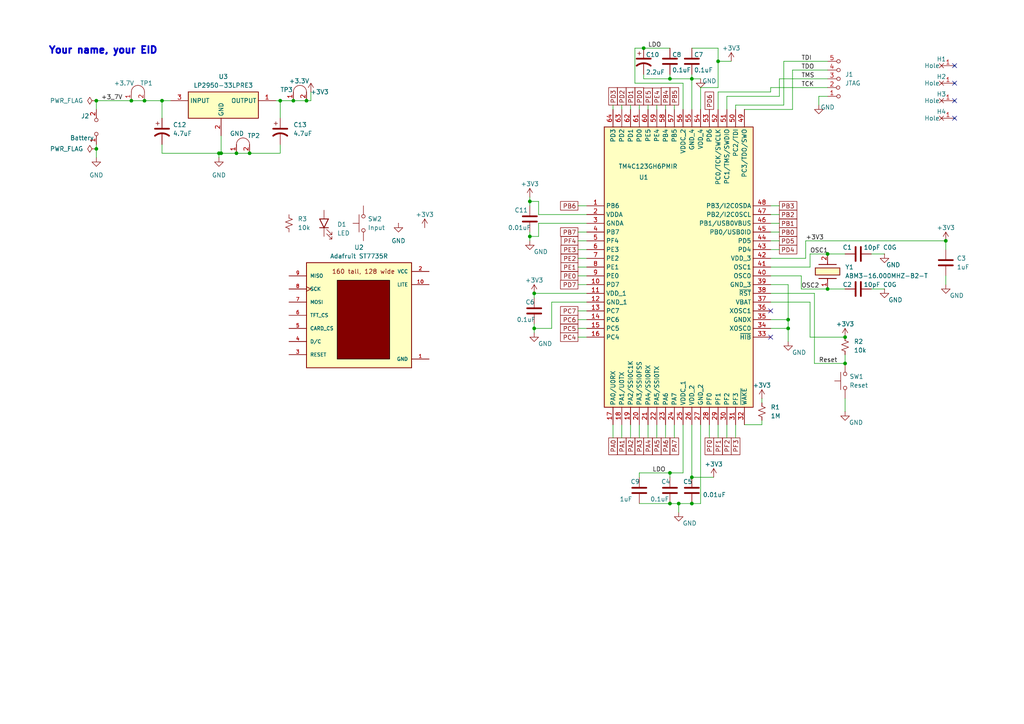
<source format=kicad_sch>
(kicad_sch (version 20250114) (generator "eeschema") (generator_version "9.0")
  (paper "A4")
  (title_block (title "ECE 445L Lab6 Project") (date "2024-02-27") (rev "v1.0.1") (company "The University of Texas at Austin"))
  (lib_symbols
    (symbol "ECE445L:ABM3-16.000MHZ-B2-T" (pin_names (hide yes))
      (property "Reference" "Y" (at 8.89 6.35 0))
      (property "Value" "ABM3-16.000MHZ-B2-T" (at 8.89 3.81 0))
      (symbol "ABM3-16.000MHZ-B2-T_1_1"
        (polyline (pts (xy 3.048 2.54) (xy 3.048 -2.54)) (stroke (width 0.254)))
        (polyline (pts (xy 3.048 0) (xy 2.54 0)) (stroke (width 0.254)))
        (rectangle (start 4.064 3.556) (end 6.096 -3.556) (stroke (width 0.254)) (fill (type background)))
        (polyline (pts (xy 7.112 2.54) (xy 7.112 -2.54)) (stroke (width 0.254)))
        (polyline (pts (xy 7.112 0) (xy 7.62 0)) (stroke (width 0.254)))
        (pin passive line (at 0 0 0) (length 2.54) (name "1") (number "1"))
        (pin passive line (at 10.16 0 180) (length 2.54) (name "2") (number "2"))
      )
    )
    (symbol "ECE445L:Adafruit_ST7735R" (pin_names (offset 1.016))
      (property "Reference" "U?" (at -15.24 16.002 0))
      (property "Value" "Adafruit ST7735R" (at -15.24 -17.78 0))
      (symbol "Adafruit_ST7735R_0_0"
        (rectangle (start -15.24 15.24) (end 15.24 -15.24) (stroke (width 0.254)) (fill (type background)))
      )
      (symbol "Adafruit_ST7735R_1_0"
        (pin output line (at -20.32 11.43 0) (length 5.08) (name "MISO") (number "9"))
        (pin input clock (at -20.32 7.62 0) (length 5.08) (name "SCK") (number "8"))
        (pin input line (at -20.32 3.81 0) (length 5.08) (name "MOSI") (number "7"))
        (pin input line (at -20.32 0 0) (length 5.08) (name "TFT_CS") (number "6"))
        (pin input line (at -20.32 -3.81 0) (length 5.08) (name "CARD_CS") (number "5"))
        (pin input line (at -20.32 -7.62 0) (length 5.08) (name "D/C") (number "4"))
        (pin input line (at -20.32 -11.43 0) (length 5.08) (name "RESET") (number "3"))
        (pin power_in line (at 20.32 12.7 180) (length 5.08) (name "VCC") (number "2"))
        (pin power_in line (at 20.32 8.89 180) (length 5.08) (name "LITE") (number "10"))
        (pin power_in line (at 20.32 -12.7 180) (length 5.08) (name "GND") (number "1"))
      )
      (symbol "Adafruit_ST7735R_1_1"
        (rectangle (start -6.35 10.16) (end 8.89 -12.7) (stroke (width 0) (color 0 0 0 1)) (fill (type color) (color 132 0 0 1)))
        (text "160 tall, 128 wide" (at 1.27 12.7 0) (effects (font (size 1.27 1.27))))
      )
    )
    (symbol "ECE445L:C" (pin_numbers (hide yes)) (pin_names (offset 0.254))
      (property "Reference" "C" (at 0.635 2.54 0))
      (property "Value" "C" (at 0.635 -2.54 0))
      (symbol "C_0_1"
        (polyline (pts (xy -2.032 0.762) (xy 2.032 0.762)) (stroke (width 0.508)))
        (polyline (pts (xy -2.032 -0.762) (xy 2.032 -0.762)) (stroke (width 0.508)))
      )
      (symbol "C_1_1"
        (pin passive line (at 0 3.81 270) (length 2.794) (name "~") (number "1"))
        (pin passive line (at 0 -3.81 90) (length 2.794) (name "~") (number "2"))
      )
    )
    (symbol "ECE445L:C_Polarized" (pin_numbers (hide yes)) (pin_names (offset 0.254) (hide yes))
      (property "Reference" "C" (at 0.635 2.54 0))
      (property "Value" "C_Polarized" (at 0.635 -2.54 0))
      (symbol "C_Polarized_0_1"
        (polyline (pts (xy -2.032 0.762) (xy 2.032 0.762)) (stroke (width 0.508)))
        (polyline (pts (xy -1.778 2.286) (xy -0.762 2.286)))
        (polyline (pts (xy -1.27 1.778) (xy -1.27 2.794)))
        (arc (start -2.032 -1.27) (mid 0 -0.5572) (end 2.032 -1.27) (stroke (width 0.508)))
      )
      (symbol "C_Polarized_1_1"
        (pin passive line (at 0 3.81 270) (length 2.794) (name "~") (number "1"))
        (pin passive line (at 0 -3.81 90) (length 3.302) (name "~") (number "2"))
      )
    )
    (symbol "ECE445L:Header_2" (pin_names (offset 0) (hide yes))
      (property "Reference" "J" (at 0 2.794 0))
      (property "Value" "Header2" (at 0 -2.286 0))
      (symbol "Header_2_0_0"
        (circle (center -2.032 0) (radius 0.508))
        (circle (center 2.032 0) (radius 0.508))
      )
      (symbol "Header_2_1_1"
        (pin passive line (at -5.08 0 0) (length 2.54) (name "A") (number "1"))
        (pin passive line (at 5.08 0 180) (length 2.54) (name "B") (number "2"))
      )
    )
    (symbol "ECE445L:Header_5" (pin_names (offset 0) (hide yes))
      (property "Reference" "J" (at 0 2.794 0))
      (property "Value" "Header_5" (at 8.89 -9.525 0))
      (symbol "Header_5_0_0"
        (circle (center 1.905 2.54) (radius 0.508))
      )
      (symbol "Header_5_1_0"
        (circle (center 1.905 -2.54) (radius 0.508))
        (circle (center 1.905 -5.08) (radius 0.508))
        (circle (center 1.905 -7.62) (radius 0.508))
        (circle (center 2.032 0) (radius 0.508))
      )
      (symbol "Header_5_1_1"
        (pin passive line (at 5.08 2.54 180) (length 2.54) (name "A") (number "1"))
        (pin passive line (at 5.08 0 180) (length 2.54) (name "B") (number "2"))
        (pin passive line (at 5.08 -2.54 180) (length 2.54) (name "C") (number "3"))
        (pin passive line (at 5.08 -5.08 180) (length 2.54) (name "C") (number "4"))
        (pin passive line (at 5.08 -7.62 180) (length 2.54) (name "C") (number "5"))
      )
    )
    (symbol "ECE445L:LED" (pin_numbers (hide yes)) (pin_names (offset 1.016) (hide yes))
      (property "Reference" "D" (at 1.27 1.27 0))
      (property "Value" "LED" (at -5.08 -1.27 0))
      (symbol "LED_0_1"
        (polyline (pts (xy -0.508 -1.778) (xy 1.016 -3.302) (xy 1.016 -2.54) (xy 1.016 -3.302) (xy 0.254 -3.302)))
        (polyline (pts (xy -0.508 -3.048) (xy 1.016 -4.572) (xy 1.016 -3.81) (xy 1.016 -4.572) (xy 0.254 -4.572)))
        (polyline (pts (xy 0 1.27) (xy -2.54 1.27) (xy -1.27 -1.27) (xy 0 1.27)) (stroke (width 0.254)))
        (polyline (pts (xy 0 -1.27) (xy -2.54 -1.27)) (stroke (width 0.254)))
      )
      (symbol "LED_1_1"
        (pin passive line (at -1.27 3.81 270) (length 2.54) (name "A") (number "2"))
        (pin passive line (at -1.27 -3.81 90) (length 2.54) (name "K") (number "1"))
      )
    )
    (symbol "ECE445L:LP2950-33LPRE3"
      (property "Reference" "IC" (at 17.145 -2.54 0))
      (property "Value" "LP2950-33LPRE3" (at 8.255 4.445 0))
      (symbol "LP2950-33LPRE3_1_1"
        (rectangle (start 5.08 2.54) (end 25.4 -5.08) (stroke (width 0.254)) (fill (type background)))
        (pin power_in line (at 0 0 0) (length 5.08) (name "INPUT") (number "3"))
        (pin passive line (at 14.605 -10.16 90) (length 5.08) (name "GND") (number "2"))
        (pin power_out line (at 30.48 0 180) (length 5.08) (name "OUTPUT") (number "1"))
      )
    )
    (symbol "ECE445L:MountingHole"
      (property "Reference" "H" (at 0 0 0))
      (symbol "MountingHole_1_1"
        (pin free non_logic (at 0 0 180) (length 3.81) (name "Hole") (number "1"))
      )
    )
    (symbol "ECE445L:R_0.125W" (pin_numbers (hide yes)) (pin_names (offset 0.254) (hide yes))
      (property "Reference" "R" (at 0.762 0.508 0))
      (property "Value" "R_0.125W" (at 0.762 -1.016 0))
      (symbol "R_0.125W_1_1"
        (polyline (pts (xy 0 1.524) (xy 1.016 1.143) (xy 0 0.762) (xy -1.016 0.381) (xy 0 0)))
        (polyline (pts (xy 0 0) (xy 1.016 -0.381) (xy 0 -0.762) (xy -1.016 -1.143) (xy 0 -1.524)))
        (pin passive line (at 0 2.54 270) (length 1.016) (name "~") (number "1"))
        (pin passive line (at 0 -2.54 90) (length 1.016) (name "~") (number "2"))
      )
    )
    (symbol "ECE445L:TM4C123GH6PMIR"
      (property "Reference" "IC" (at 49.53 27.94 0))
      (property "Value" "TM4C123GH6PMIR" (at 49.53 25.4 0))
      (symbol "TM4C123GH6PMIR_1_1"
        (rectangle (start 5.08 22.86) (end 48.26 -58.42) (stroke (width 0.254)) (fill (type background)))
        (pin passive line (at 0 0 0) (length 5.08) (name "PB6") (number "1"))
        (pin passive line (at 0 -2.54 0) (length 5.08) (name "VDDA") (number "2"))
        (pin passive line (at 0 -5.08 0) (length 5.08) (name "GNDA") (number "3"))
        (pin passive line (at 0 -7.62 0) (length 5.08) (name "PB7") (number "4"))
        (pin passive line (at 0 -10.16 0) (length 5.08) (name "PF4") (number "5"))
        (pin passive line (at 0 -12.7 0) (length 5.08) (name "PE3") (number "6"))
        (pin passive line (at 0 -15.24 0) (length 5.08) (name "PE2") (number "7"))
        (pin passive line (at 0 -17.78 0) (length 5.08) (name "PE1") (number "8"))
        (pin passive line (at 0 -20.32 0) (length 5.08) (name "PE0") (number "9"))
        (pin passive line (at 0 -22.86 0) (length 5.08) (name "PD7") (number "10"))
        (pin passive line (at 0 -25.4 0) (length 5.08) (name "VDD_1") (number "11"))
        (pin passive line (at 0 -27.94 0) (length 5.08) (name "GND_1") (number "12"))
        (pin passive line (at 0 -30.48 0) (length 5.08) (name "PC7") (number "13"))
        (pin passive line (at 0 -33.02 0) (length 5.08) (name "PC6") (number "14"))
        (pin passive line (at 0 -35.56 0) (length 5.08) (name "PC5") (number "15"))
        (pin passive line (at 0 -38.1 0) (length 5.08) (name "PC4") (number "16"))
        (pin passive line (at 7.62 27.94 270) (length 5.08) (name "PD3") (number "64"))
        (pin passive line (at 7.62 -63.5 90) (length 5.08) (name "PA0/U0RX") (number "17"))
        (pin passive line (at 10.16 27.94 270) (length 5.08) (name "PD2") (number "63"))
        (pin passive line (at 10.16 -63.5 90) (length 5.08) (name "PA1/U0TX") (number "18"))
        (pin passive line (at 12.7 27.94 270) (length 5.08) (name "PD1") (number "62"))
        (pin passive line (at 12.7 -63.5 90) (length 5.08) (name "PA2/SSI0C1K") (number "19"))
        (pin passive line (at 15.24 27.94 270) (length 5.08) (name "PD0") (number "61"))
        (pin passive line (at 15.24 -63.5 90) (length 5.08) (name "PA3/SSI0FSS") (number "20"))
        (pin passive line (at 17.78 27.94 270) (length 5.08) (name "PE5") (number "60"))
        (pin passive line (at 17.78 -63.5 90) (length 5.08) (name "PA4/SSI0RX") (number "21"))
        (pin passive line (at 20.32 27.94 270) (length 5.08) (name "PE4") (number "59"))
        (pin passive line (at 20.32 -63.5 90) (length 5.08) (name "PA5/SSI0TX") (number "22"))
        (pin passive line (at 22.86 27.94 270) (length 5.08) (name "PB4") (number "58"))
        (pin passive line (at 22.86 -63.5 90) (length 5.08) (name "PA6") (number "23"))
        (pin passive line (at 25.4 27.94 270) (length 5.08) (name "PB5") (number "57"))
        (pin passive line (at 25.4 -63.5 90) (length 5.08) (name "PA7") (number "24"))
        (pin passive line (at 27.94 27.94 270) (length 5.08) (name "VDDC_2") (number "56"))
        (pin passive line (at 27.94 -63.5 90) (length 5.08) (name "VDDC_1") (number "25"))
        (pin passive line (at 30.48 27.94 270) (length 5.08) (name "GND_4") (number "55"))
        (pin passive line (at 30.48 -63.5 90) (length 5.08) (name "VDD_2") (number "26"))
        (pin passive line (at 33.02 27.94 270) (length 5.08) (name "VDD_4") (number "54"))
        (pin passive line (at 33.02 -63.5 90) (length 5.08) (name "GND_2") (number "27"))
        (pin passive line (at 35.56 27.94 270) (length 5.08) (name "PD6") (number "53"))
        (pin passive line (at 35.56 -63.5 90) (length 5.08) (name "PF0") (number "28"))
        (pin passive line (at 38.1 27.94 270) (length 5.08) (name "PC0/TCK/SWCLK") (number "52"))
        (pin passive line (at 38.1 -63.5 90) (length 5.08) (name "PF1") (number "29"))
        (pin passive line (at 40.64 27.94 270) (length 5.08) (name "PC1/TMS/SWDIO") (number "51"))
        (pin passive line (at 40.64 -63.5 90) (length 5.08) (name "PF2") (number "30"))
        (pin passive line (at 43.18 27.94 270) (length 5.08) (name "PC2/TDI") (number "50"))
        (pin passive line (at 43.18 -63.5 90) (length 5.08) (name "PF3") (number "31"))
        (pin passive line (at 45.72 27.94 270) (length 5.08) (name "PC3/TDO/SWO") (number "49"))
        (pin passive line (at 45.72 -63.5 90) (length 5.08) (name "~{WAKE}") (number "32"))
        (pin passive line (at 53.34 0 180) (length 5.08) (name "PB3/I2C0SDA") (number "48"))
        (pin passive line (at 53.34 -2.54 180) (length 5.08) (name "PB2/I2C0SCL") (number "47"))
        (pin passive line (at 53.34 -5.08 180) (length 5.08) (name "PB1/USB0VBUS") (number "46"))
        (pin passive line (at 53.34 -7.62 180) (length 5.08) (name "PB0/USB0ID") (number "45"))
        (pin passive line (at 53.34 -10.16 180) (length 5.08) (name "PD5") (number "44"))
        (pin passive line (at 53.34 -12.7 180) (length 5.08) (name "PD4") (number "43"))
        (pin passive line (at 53.34 -15.24 180) (length 5.08) (name "VDD_3") (number "42"))
        (pin passive line (at 53.34 -17.78 180) (length 5.08) (name "OSC1") (number "41"))
        (pin passive line (at 53.34 -20.32 180) (length 5.08) (name "OSC0") (number "40"))
        (pin passive line (at 53.34 -22.86 180) (length 5.08) (name "GND_3") (number "39"))
        (pin passive line (at 53.34 -25.4 180) (length 5.08) (name "~{RST}") (number "38"))
        (pin passive line (at 53.34 -27.94 180) (length 5.08) (name "VBAT") (number "37"))
        (pin passive line (at 53.34 -30.48 180) (length 5.08) (name "XOSC1") (number "36"))
        (pin passive line (at 53.34 -33.02 180) (length 5.08) (name "GNDX") (number "35"))
        (pin passive line (at 53.34 -35.56 180) (length 5.08) (name "XOSC0") (number "34"))
        (pin passive line (at 53.34 -38.1 180) (length 5.08) (name "~{HIB}") (number "33"))
      )
    )
    (symbol "ECE445L:Testpoint" (pin_names (offset 0) (hide yes))
      (property "Reference" "TP" (at 0 2.794 0))
      (property "Value" "TP" (at 0 -2.286 0))
      (symbol "Testpoint_0_1"
        (arc (start 0.0001 4.4451) (mid 1.3471 3.8871) (end 1.9051 2.5401))
        (arc (start -1.905 2.54) (mid -1.347 3.887) (end 0 4.445))
      )
      (symbol "Testpoint_1_1"
        (pin passive line (at -1.905 0 90) (length 2.54) (name "A") (number "1"))
        (pin passive line (at 1.905 0 90) (length 2.54) (name "B") (number "2"))
      )
    )
    (symbol "Switch:SW_Push" (pin_numbers (hide yes)) (pin_names (offset 1.016) (hide yes))
      (property "Reference" "SW" (at 1.27 2.54 0))
      (property "Value" "SW_Push" (at 0 -1.524 0))
      (symbol "SW_Push_0_1"
        (circle (center -2.032 0) (radius 0.508))
        (polyline (pts (xy 0 1.27) (xy 0 3.048)))
        (circle (center 2.032 0) (radius 0.508))
        (polyline (pts (xy 2.54 1.27) (xy -2.54 1.27)))
        (pin passive line (at -5.08 0 0) (length 2.54) (name "1") (number "1"))
        (pin passive line (at 5.08 0 180) (length 2.54) (name "2") (number "2"))
      )
    )
    (symbol "power:+3V3" (power) (pin_numbers (hide yes)) (pin_names (offset 0) (hide yes))
      (property "Value" "+3V3" (at 0 3.556 0))
      (symbol "+3V3_0_1"
        (polyline (pts (xy -0.762 1.27) (xy 0 2.54)))
        (polyline (pts (xy 0 2.54) (xy 0.762 1.27)))
        (polyline (pts (xy 0 0) (xy 0 2.54)))
      )
      (symbol "+3V3_1_1"
        (pin power_in line (at 0 0 90) (length 0) (name "~") (number "1"))
      )
    )
    (symbol "power:GND" (power) (pin_numbers (hide yes)) (pin_names (offset 0) (hide yes))
      (property "Value" "GND" (at 0 -3.81 0))
      (symbol "GND_0_1"
        (polyline (pts (xy 0 0) (xy 0 -1.27) (xy 1.27 -1.27) (xy 0 -2.54) (xy -1.27 -1.27) (xy 0 -1.27)))
      )
      (symbol "GND_1_1"
        (pin power_in line (at 0 0 270) (length 0) (name "~") (number "1"))
      )
    )
    (symbol "power:PWR_FLAG" (power) (pin_numbers (hide yes)) (pin_names (offset 0) (hide yes))
      (property "Value" "PWR_FLAG" (at 0 3.81 0))
      (symbol "PWR_FLAG_0_0"
        (pin power_out line (at 0 0 90) (length 0) (name "~") (number "1"))
      )
      (symbol "PWR_FLAG_0_1"
        (polyline (pts (xy 0 0) (xy 0 1.27) (xy -1.016 1.905) (xy 0 2.54) (xy 1.016 1.905) (xy 0 1.27)))
      )
    )
  )
  (text "Your name, your EID" (at 13.97 15.875 0) (effects (font (size 2 2) (thickness 0.6) (bold yes)) (justify left bottom)))
  (junction (at 200.66 22.86))
  (junction (at 41.91 29.21))
  (junction (at 274.32 69.85))
  (junction (at 245.11 105.41))
  (junction (at 38.1 29.21))
  (junction (at 46.99 29.21))
  (junction (at 240.03 73.66))
  (junction (at 196.85 146.05))
  (junction (at 27.94 43.18))
  (junction (at 186.69 13.97))
  (junction (at 194.31 146.05))
  (junction (at 81.28 29.21))
  (junction (at 154.94 95.25))
  (junction (at 194.31 137.16))
  (junction (at 153.67 58.42))
  (junction (at 68.58 44.45))
  (junction (at 200.66 138.43))
  (junction (at 64.135 44.45))
  (junction (at 72.39 44.45))
  (junction (at 228.6 95.25))
  (junction (at 85.09 29.21))
  (junction (at 208.28 17.78))
  (junction (at 228.6 92.71))
  (junction (at 27.94 29.21))
  (junction (at 154.94 85.09))
  (junction (at 240.03 83.82))
  (junction (at 245.11 97.79))
  (junction (at 153.67 68.58))
  (junction (at 200.66 146.05))
  (junction (at 194.31 22.86))
  (junction (at 88.9 29.21))
  (junction (at 63.5 44.45))
  (no_connect (at 276.86 34.29))
  (no_connect (at 223.52 97.79))
  (no_connect (at 276.86 19.05))
  (no_connect (at 276.86 24.13))
  (no_connect (at 223.52 90.17))
  (no_connect (at 276.86 29.21))
  (wire (pts (xy 208.28 13.97) (xy 200.66 13.97)))
  (wire (pts (xy 203.2 25.4) (xy 208.28 25.4)))
  (wire (pts (xy 213.36 123.19) (xy 213.36 127)))
  (wire (pts (xy 274.32 80.01) (xy 274.32 82.55)))
  (wire (pts (xy 232.41 83.82) (xy 240.03 83.82)))
  (wire (pts (xy 185.42 137.16) (xy 194.31 137.16)))
  (wire (pts (xy 240.03 83.82) (xy 245.11 83.82)))
  (wire (pts (xy 220.98 115.57) (xy 220.98 116.84)))
  (wire (pts (xy 154.94 93.98) (xy 154.94 95.25)))
  (wire (pts (xy 200.66 123.19) (xy 200.66 138.43)))
  (wire (pts (xy 245.11 115.57) (xy 245.11 119.38)))
  (wire (pts (xy 212.09 17.78) (xy 208.28 17.78)))
  (wire (pts (xy 46.99 44.45) (xy 63.5 44.45)))
  (wire (pts (xy 208.28 17.78) (xy 208.28 25.4)))
  (wire (pts (xy 190.5 30.48) (xy 190.5 31.75)))
  (wire (pts (xy 223.52 69.85) (xy 226.06 69.85)))
  (wire (pts (xy 223.52 80.01) (xy 232.41 80.01)))
  (wire (pts (xy 274.32 69.85) (xy 274.32 72.39)))
  (wire (pts (xy 223.52 72.39) (xy 226.06 72.39)))
  (wire (pts (xy 208.28 26.67) (xy 223.52 26.67)))
  (wire (pts (xy 194.31 146.05) (xy 196.85 146.05)))
  (wire (pts (xy 203.2 123.19) (xy 203.2 146.05)))
  (wire (pts (xy 194.31 22.86) (xy 200.66 22.86)))
  (wire (pts (xy 68.58 44.45) (xy 72.39 44.45)))
  (wire (pts (xy 88.9 29.21) (xy 90.17 29.21)))
  (wire (pts (xy 200.66 146.05) (xy 196.85 146.05)))
  (wire (pts (xy 203.2 146.05) (xy 200.66 146.05)))
  (wire (pts (xy 167.64 92.71) (xy 170.18 92.71)))
  (wire (pts (xy 194.31 137.16) (xy 194.31 138.43)))
  (wire (pts (xy 200.66 22.86) (xy 200.66 31.75)))
  (wire (pts (xy 210.82 123.19) (xy 210.82 127)))
  (wire (pts (xy 160.02 87.63) (xy 160.02 95.25)))
  (wire (pts (xy 187.96 30.48) (xy 187.96 31.75)))
  (wire (pts (xy 196.85 146.05) (xy 196.85 148.59)))
  (wire (pts (xy 233.68 69.85) (xy 274.32 69.85)))
  (wire (pts (xy 228.6 95.25) (xy 228.6 99.06)))
  (wire (pts (xy 252.73 73.66) (xy 256.54 73.66)))
  (wire (pts (xy 223.52 74.93) (xy 233.68 74.93)))
  (wire (pts (xy 208.28 13.97) (xy 208.28 17.78)))
  (wire (pts (xy 200.66 21.59) (xy 200.66 22.86)))
  (wire (pts (xy 234.95 73.66) (xy 240.03 73.66)))
  (wire (pts (xy 226.06 27.94) (xy 226.06 22.86)))
  (wire (pts (xy 167.64 77.47) (xy 170.18 77.47)))
  (wire (pts (xy 198.12 123.19) (xy 198.12 137.16)))
  (wire (pts (xy 223.52 77.47) (xy 234.95 77.47)))
  (wire (pts (xy 167.64 59.69) (xy 170.18 59.69)))
  (wire (pts (xy 177.8 30.48) (xy 177.8 31.75)))
  (wire (pts (xy 186.69 13.97) (xy 194.31 13.97)))
  (wire (pts (xy 187.96 123.19) (xy 187.96 127)))
  (wire (pts (xy 154.94 85.09) (xy 154.94 86.36)))
  (wire (pts (xy 198.12 137.16) (xy 194.31 137.16)))
  (wire (pts (xy 63.5 44.45) (xy 63.5 45.72)))
  (wire (pts (xy 234.95 97.79) (xy 245.11 97.79)))
  (wire (pts (xy 167.64 67.31) (xy 170.18 67.31)))
  (wire (pts (xy 223.52 85.09) (xy 236.22 85.09)))
  (wire (pts (xy 153.67 58.42) (xy 156.21 58.42)))
  (wire (pts (xy 223.52 26.67) (xy 223.52 25.4)))
  (wire (pts (xy 223.52 59.69) (xy 226.06 59.69)))
  (wire (pts (xy 81.28 41.91) (xy 81.28 44.45)))
  (wire (pts (xy 27.94 43.18) (xy 27.94 45.72)))
  (wire (pts (xy 223.52 87.63) (xy 234.95 87.63)))
  (wire (pts (xy 177.8 123.19) (xy 177.8 127)))
  (wire (pts (xy 170.18 87.63) (xy 160.02 87.63)))
  (wire (pts (xy 46.99 41.91) (xy 46.99 44.45)))
  (wire (pts (xy 156.21 64.77) (xy 156.21 68.58)))
  (wire (pts (xy 160.02 95.25) (xy 154.94 95.25)))
  (wire (pts (xy 167.64 97.79) (xy 170.18 97.79)))
  (wire (pts (xy 182.88 30.48) (xy 182.88 31.75)))
  (wire (pts (xy 46.99 29.21) (xy 49.53 29.21)))
  (wire (pts (xy 81.28 29.21) (xy 85.09 29.21)))
  (wire (pts (xy 198.12 31.75) (xy 198.12 24.13)))
  (wire (pts (xy 27.94 29.21) (xy 38.1 29.21)))
  (wire (pts (xy 156.21 68.58) (xy 153.67 68.58)))
  (wire (pts (xy 184.15 24.13) (xy 184.15 13.97)))
  (wire (pts (xy 210.82 31.75) (xy 210.82 27.94)))
  (wire (pts (xy 205.74 123.19) (xy 205.74 127)))
  (wire (pts (xy 170.18 64.77) (xy 156.21 64.77)))
  (wire (pts (xy 215.9 31.75) (xy 229.87 31.75)))
  (wire (pts (xy 228.6 92.71) (xy 228.6 95.25)))
  (wire (pts (xy 194.31 21.59) (xy 194.31 22.86)))
  (wire (pts (xy 233.68 74.93) (xy 233.68 69.85)))
  (wire (pts (xy 223.52 92.71) (xy 228.6 92.71)))
  (wire (pts (xy 156.21 62.23) (xy 170.18 62.23)))
  (wire (pts (xy 153.67 68.58) (xy 153.67 69.85)))
  (wire (pts (xy 223.52 64.77) (xy 226.06 64.77)))
  (wire (pts (xy 90.17 29.21) (xy 90.17 26.67)))
  (wire (pts (xy 167.64 82.55) (xy 170.18 82.55)))
  (wire (pts (xy 184.15 13.97) (xy 186.69 13.97)))
  (wire (pts (xy 213.36 31.75) (xy 213.36 30.48)))
  (wire (pts (xy 85.09 29.21) (xy 88.9 29.21)))
  (wire (pts (xy 228.6 82.55) (xy 228.6 92.71)))
  (wire (pts (xy 182.88 123.19) (xy 182.88 127)))
  (wire (pts (xy 41.91 29.21) (xy 46.99 29.21)))
  (wire (pts (xy 64.135 44.45) (xy 68.58 44.45)))
  (wire (pts (xy 200.66 22.86) (xy 203.2 22.86)))
  (wire (pts (xy 208.28 31.75) (xy 208.28 26.67)))
  (wire (pts (xy 223.52 95.25) (xy 228.6 95.25)))
  (wire (pts (xy 208.28 123.19) (xy 208.28 127)))
  (wire (pts (xy 213.36 30.48) (xy 227.33 30.48)))
  (wire (pts (xy 223.52 62.23) (xy 226.06 62.23)))
  (wire (pts (xy 215.9 123.19) (xy 220.98 123.19)))
  (wire (pts (xy 167.64 95.25) (xy 170.18 95.25)))
  (wire (pts (xy 72.39 44.45) (xy 81.28 44.45)))
  (wire (pts (xy 63.5 44.45) (xy 64.135 44.45)))
  (wire (pts (xy 220.98 123.19) (xy 220.98 121.92)))
  (wire (pts (xy 180.34 30.48) (xy 180.34 31.75)))
  (wire (pts (xy 27.94 41.91) (xy 27.94 43.18)))
  (wire (pts (xy 80.01 29.21) (xy 81.28 29.21)))
  (wire (pts (xy 203.2 31.75) (xy 203.2 25.4)))
  (wire (pts (xy 229.87 31.75) (xy 229.87 20.32)))
  (wire (pts (xy 153.67 58.42) (xy 153.67 59.69)))
  (wire (pts (xy 245.11 102.87) (xy 245.11 105.41)))
  (wire (pts (xy 198.12 24.13) (xy 184.15 24.13)))
  (wire (pts (xy 229.87 20.32) (xy 240.03 20.32)))
  (wire (pts (xy 186.69 22.86) (xy 194.31 22.86)))
  (wire (pts (xy 153.67 67.31) (xy 153.67 68.58)))
  (wire (pts (xy 234.95 87.63) (xy 234.95 97.79)))
  (wire (pts (xy 154.94 95.25) (xy 154.94 96.52)))
  (wire (pts (xy 185.42 30.48) (xy 185.42 31.75)))
  (wire (pts (xy 240.03 73.66) (xy 245.11 73.66)))
  (wire (pts (xy 167.64 72.39) (xy 170.18 72.39)))
  (wire (pts (xy 193.04 123.19) (xy 193.04 127)))
  (wire (pts (xy 153.67 57.15) (xy 153.67 58.42)))
  (wire (pts (xy 240.03 27.94) (xy 237.49 27.94)))
  (wire (pts (xy 167.64 69.85) (xy 170.18 69.85)))
  (wire (pts (xy 227.33 17.78) (xy 240.03 17.78)))
  (wire (pts (xy 185.42 138.43) (xy 185.42 137.16)))
  (wire (pts (xy 193.04 30.48) (xy 193.04 31.75)))
  (wire (pts (xy 236.22 85.09) (xy 236.22 105.41)))
  (wire (pts (xy 167.64 90.17) (xy 170.18 90.17)))
  (wire (pts (xy 170.18 85.09) (xy 154.94 85.09)))
  (wire (pts (xy 223.52 67.31) (xy 226.06 67.31)))
  (wire (pts (xy 64.135 39.37) (xy 64.135 44.45)))
  (wire (pts (xy 46.99 29.21) (xy 46.99 34.29)))
  (wire (pts (xy 200.66 138.43) (xy 207.01 138.43)))
  (wire (pts (xy 156.21 62.23) (xy 156.21 58.42)))
  (wire (pts (xy 234.95 77.47) (xy 234.95 73.66)))
  (wire (pts (xy 167.64 80.01) (xy 170.18 80.01)))
  (wire (pts (xy 232.41 80.01) (xy 232.41 83.82)))
  (wire (pts (xy 210.82 27.94) (xy 226.06 27.94)))
  (wire (pts (xy 226.06 22.86) (xy 240.03 22.86)))
  (wire (pts (xy 223.52 82.55) (xy 228.6 82.55)))
  (wire (pts (xy 27.94 29.21) (xy 27.94 31.75)))
  (wire (pts (xy 185.42 146.05) (xy 194.31 146.05)))
  (wire (pts (xy 185.42 123.19) (xy 185.42 127)))
  (wire (pts (xy 180.34 123.19) (xy 180.34 127)))
  (wire (pts (xy 227.33 17.78) (xy 227.33 30.48)))
  (wire (pts (xy 81.28 29.21) (xy 81.28 34.29)))
  (wire (pts (xy 252.73 83.82) (xy 256.54 83.82)))
  (wire (pts (xy 186.69 21.59) (xy 186.69 22.86)))
  (wire (pts (xy 236.22 105.41) (xy 245.11 105.41)))
  (wire (pts (xy 167.64 74.93) (xy 170.18 74.93)))
  (wire (pts (xy 195.58 123.19) (xy 195.58 127)))
  (wire (pts (xy 195.58 30.48) (xy 195.58 31.75)))
  (wire (pts (xy 237.49 27.94) (xy 237.49 30.48)))
  (wire (pts (xy 38.1 29.21) (xy 41.91 29.21)))
  (wire (pts (xy 223.52 25.4) (xy 240.03 25.4)))
  (wire (pts (xy 190.5 123.19) (xy 190.5 127)))
  (label "OSC2" (at 232.41 83.82 0))
  (label "TDO" (at 232.41 20.32 0))
  (label "TCK" (at 232.41 25.4 0))
  (label "LDO" (at 189.23 137.16 0))
  (label "TMS" (at 232.41 22.86 0))
  (label "LDO" (at 187.96 13.97 0))
  (label "OSC1" (at 234.95 73.66 0))
  (label "Reset" (at 237.49 105.41 0))
  (label "+3V3" (at 233.68 69.85 0))
  (label "+3_7V" (at 35.56 29.21 180))
  (label "TDI" (at 232.41 17.78 0))
  (global_label "PD7" (shape passive) (at 167.64 82.55 180) (property "Intersheetrefs" "${INTERSHEET_REFS}" (effects (hide yes))))
  (global_label "PE4" (shape passive) (at 190.5 30.48 90) (property "Intersheetrefs" "${INTERSHEET_REFS}" (effects (hide yes))))
  (global_label "PC7" (shape passive) (at 167.64 90.17 180) (property "Intersheetrefs" "${INTERSHEET_REFS}" (effects (hide yes))))
  (global_label "PF3" (shape passive) (at 213.36 127 270) (property "Intersheetrefs" "${INTERSHEET_REFS}" (effects (hide yes))))
  (global_label "PD2" (shape passive) (at 180.34 30.48 90) (property "Intersheetrefs" "${INTERSHEET_REFS}" (effects (hide yes))))
  (global_label "PA0" (shape passive) (at 177.8 127 270) (property "Intersheetrefs" "${INTERSHEET_REFS}" (effects (hide yes))))
  (global_label "PA4" (shape passive) (at 187.96 127 270) (property "Intersheetrefs" "${INTERSHEET_REFS}" (effects (hide yes))))
  (global_label "PB3" (shape passive) (at 226.06 59.69 0) (property "Intersheetrefs" "${INTERSHEET_REFS}" (effects (hide yes))))
  (global_label "PD3" (shape passive) (at 177.8 30.48 90) (property "Intersheetrefs" "${INTERSHEET_REFS}" (effects (hide yes))))
  (global_label "PB5" (shape passive) (at 195.58 30.48 90) (property "Intersheetrefs" "${INTERSHEET_REFS}" (effects (hide yes))))
  (global_label "PB1" (shape passive) (at 226.06 64.77 0) (property "Intersheetrefs" "${INTERSHEET_REFS}" (effects (hide yes))))
  (global_label "PD4" (shape passive) (at 226.06 72.39 0) (property "Intersheetrefs" "${INTERSHEET_REFS}" (effects (hide yes))))
  (global_label "PC6" (shape passive) (at 167.64 92.71 180) (property "Intersheetrefs" "${INTERSHEET_REFS}" (effects (hide yes))))
  (global_label "PA1" (shape passive) (at 180.34 127 270) (property "Intersheetrefs" "${INTERSHEET_REFS}" (effects (hide yes))))
  (global_label "PA6" (shape passive) (at 193.04 127 270) (property "Intersheetrefs" "${INTERSHEET_REFS}" (effects (hide yes))))
  (global_label "PC4" (shape passive) (at 167.64 97.79 180) (property "Intersheetrefs" "${INTERSHEET_REFS}" (effects (hide yes))))
  (global_label "PF1" (shape passive) (at 208.28 127 270) (property "Intersheetrefs" "${INTERSHEET_REFS}" (effects (hide yes))))
  (global_label "PB4" (shape passive) (at 193.04 30.48 90) (property "Intersheetrefs" "${INTERSHEET_REFS}" (effects (hide yes))))
  (global_label "PF2" (shape passive) (at 210.82 127 270) (property "Intersheetrefs" "${INTERSHEET_REFS}" (effects (hide yes))))
  (global_label "PC5" (shape passive) (at 167.64 95.25 180) (property "Intersheetrefs" "${INTERSHEET_REFS}" (effects (hide yes))))
  (global_label "PF4" (shape passive) (at 167.64 69.85 180) (property "Intersheetrefs" "${INTERSHEET_REFS}" (effects (hide yes))))
  (global_label "PF0" (shape passive) (at 205.74 127 270) (property "Intersheetrefs" "${INTERSHEET_REFS}" (effects (hide yes))))
  (global_label "PA3" (shape passive) (at 185.42 127 270) (property "Intersheetrefs" "${INTERSHEET_REFS}" (effects (hide yes))))
  (global_label "PB2" (shape passive) (at 226.06 62.23 0) (property "Intersheetrefs" "${INTERSHEET_REFS}" (effects (hide yes))))
  (global_label "PD0" (shape passive) (at 185.42 30.48 90) (property "Intersheetrefs" "${INTERSHEET_REFS}" (effects (hide yes))))
  (global_label "PE3" (shape passive) (at 167.64 72.39 180) (property "Intersheetrefs" "${INTERSHEET_REFS}" (effects (hide yes))))
  (global_label "PB6" (shape passive) (at 167.64 59.69 180) (property "Intersheetrefs" "${INTERSHEET_REFS}" (effects (hide yes))))
  (global_label "PD1" (shape passive) (at 182.88 30.48 90) (property "Intersheetrefs" "${INTERSHEET_REFS}" (effects (hide yes))))
  (global_label "PE1" (shape passive) (at 167.64 77.47 180) (property "Intersheetrefs" "${INTERSHEET_REFS}" (effects (hide yes))))
  (global_label "PB7" (shape passive) (at 167.64 67.31 180) (property "Intersheetrefs" "${INTERSHEET_REFS}" (effects (hide yes))))
  (global_label "PA7" (shape passive) (at 195.58 127 270) (property "Intersheetrefs" "${INTERSHEET_REFS}" (effects (hide yes))))
  (global_label "PE5" (shape passive) (at 187.96 30.48 90) (property "Intersheetrefs" "${INTERSHEET_REFS}" (effects (hide yes))))
  (global_label "PA5" (shape passive) (at 190.5 127 270) (property "Intersheetrefs" "${INTERSHEET_REFS}" (effects (hide yes))))
  (global_label "PD6" (shape passive) (at 205.74 31.75 90) (property "Intersheetrefs" "${INTERSHEET_REFS}" (effects (hide yes))))
  (global_label "PB0" (shape passive) (at 226.06 67.31 0) (property "Intersheetrefs" "${INTERSHEET_REFS}" (effects (hide yes))))
  (global_label "PE0" (shape passive) (at 167.64 80.01 180) (property "Intersheetrefs" "${INTERSHEET_REFS}" (effects (hide yes))))
  (global_label "PD5" (shape passive) (at 226.06 69.85 0) (property "Intersheetrefs" "${INTERSHEET_REFS}" (effects (hide yes))))
  (global_label "PA2" (shape passive) (at 182.88 127 270) (property "Intersheetrefs" "${INTERSHEET_REFS}" (effects (hide yes))))
  (global_label "PE2" (shape passive) (at 167.64 74.93 180) (property "Intersheetrefs" "${INTERSHEET_REFS}" (effects (hide yes))))
  (symbol (lib_id "power:GND") (at 203.2 22.86 0) (unit 1)
    (property "Reference" "#PWR015" (effects (hide yes)))
    (property "Value" "GND" (at 205.74 23.495 0))
    (property "Description" "Power symbol creates a global label with name \"GND\" , ground" (effects (hide yes)))
  )
  (symbol (lib_id "ECE445L:C") (at 154.94 90.17 0) (unit 1)
    (property "Reference" "C6" (at 152.4 87.63 0) (effects (justify left)))
    (property "Value" "0.1uF" (at 149.86 92.71 0) (effects (justify left)))
    (property "Footprint" "ECE445L:C_Axial_200mil" (effects (hide yes)))
    (property "Description" "Unpolarized capacitor" (effects (hide yes)))
  )
  (symbol (lib_id "power:GND") (at 196.85 148.59 0) (unit 1)
    (property "Reference" "#PWR012" (effects (hide yes)))
    (property "Value" "GND" (at 200.025 151.765 0))
    (property "Description" "Power symbol creates a global label with name \"GND\" , ground" (effects (hide yes)))
  )
  (symbol (lib_id "ECE445L:C") (at 200.66 17.78 0) (unit 1)
    (property "Reference" "C7" (at 201.295 15.875 0) (effects (justify left)))
    (property "Value" "0.1uF" (at 201.295 20.32 0) (effects (justify left)))
    (property "Footprint" "ECE445L:C_Axial_200mil" (effects (hide yes)))
    (property "Description" "Unpolarized capacitor" (effects (hide yes)))
  )
  (symbol (lib_id "ECE445L:C_Polarized") (at 46.99 38.1 0) (unit 1)
    (property "Reference" "C12" (at 50.165 36.195 0) (effects (justify left)))
    (property "Value" "4.7uF" (at 50.165 38.735 0) (effects (justify left)))
    (property "Footprint" "ECE445L:CP_Radial_Tantal200mil" (effects (hide yes)))
    (property "Description" "Polarized capacitor, US symbol" (effects (hide yes)))
  )
  (symbol (lib_id "ECE445L:R_0.125W") (at 245.11 100.33 0) (unit 1)
    (property "Reference" "R2" (at 247.65 99.06 0) (effects (justify left)))
    (property "Value" "10k" (at 247.65 101.6 0) (effects (justify left)))
    (property "Footprint" "ECE445L:R_Axial_DIN0204_L3.6mm_D1.6mm_P7.62mm_Horizontal" (effects (hide yes)))
    (property "Datasheet" "https://users.ece.utexas.edu/~valvano/mspm0/CarbonFilmresistors.pdf" (effects (hide yes)))
    (property "Description" "Resistor, small US symbol" (effects (hide yes)))
  )
  (symbol (lib_id "power:+3V3") (at 220.98 115.57 0) (unit 1)
    (property "Reference" "#PWR03" (effects (hide yes)))
    (property "Value" "+3V3" (at 220.98 111.76 0))
    (property "Description" "Power symbol creates a global label with name \"+3V3\"" (effects (hide yes)))
  )
  (symbol (lib_id "Switch:SW_Push") (at 105.41 64.77 90) (unit 1)
    (property "Reference" "SW2" (at 106.68 63.5 90) (effects (justify right)))
    (property "Value" "Input" (at 106.68 66.04 90) (effects (justify right)))
    (property "Footprint" "Button_Switch_THT:SW_PUSH_6mm" (effects (hide yes)))
    (property "Description" "Push button switch, generic, two pins" (effects (hide yes)))
  )
  (symbol (lib_id "ECE445L:C") (at 185.42 142.24 0) (unit 1)
    (property "Reference" "C9" (at 182.88 139.7 0) (effects (justify left)))
    (property "Value" "1uF" (at 179.705 144.78 0) (effects (justify left)))
    (property "Footprint" "ECE445L:C_Axial_200mil" (effects (hide yes)))
    (property "Description" "Unpolarized capacitor" (effects (hide yes)))
  )
  (symbol (lib_id "power:+3V3") (at 245.11 97.79 0) (unit 1)
    (property "Reference" "#PWR05" (effects (hide yes)))
    (property "Value" "+3V3" (at 245.11 93.98 0))
    (property "Description" "Power symbol creates a global label with name \"+3V3\"" (effects (hide yes)))
  )
  (symbol (lib_id "power:GND") (at 256.54 73.66 0) (unit 1)
    (property "Reference" "#PWR02" (effects (hide yes)))
    (property "Value" "GND" (at 259.08 76.835 0))
    (property "Description" "Power symbol creates a global label with name \"GND\" , ground" (effects (hide yes)))
  )
  (symbol (lib_id "power:PWR_FLAG") (at 27.94 29.21 90) (unit 1)
    (property "Reference" "#FLG01" (effects (hide yes)))
    (property "Value" "PWR_FLAG" (at 24.13 29.2099 90) (effects (justify left)))
    (property "Description" "Special symbol for telling ERC where power comes from" (effects (hide yes)))
  )
  (symbol (lib_id "ECE445L:LED") (at 95.25 64.77 0) (unit 1)
    (property "Reference" "D1" (at 97.79 65.0875 0) (effects (justify left)))
    (property "Value" "LED" (at 97.79 67.6275 0) (effects (justify left)))
    (property "Footprint" "ECE445L:LED_D5.0mm" (effects (hide yes)))
    (property "Datasheet" "https://users.ece.utexas.edu/~valvano/mspm0/HLMP-4700.pdf" (effects (hide yes)))
    (property "Description" "Light emitting diode" (effects (hide yes)))
  )
  (symbol (lib_id "ECE445L:C") (at 153.67 63.5 0) (unit 1)
    (property "Reference" "C11" (at 149.225 60.96 0) (effects (justify left)))
    (property "Value" "0.01uF" (at 147.32 66.04 0) (effects (justify left)))
    (property "Footprint" "ECE445L:C_Axial_200mil" (effects (hide yes)))
    (property "Description" "Unpolarized capacitor" (effects (hide yes)))
  )
  (symbol (lib_id "power:GND") (at 245.11 119.38 0) (unit 1)
    (property "Reference" "#PWR04" (effects (hide yes)))
    (property "Value" "GND" (at 248.285 122.555 0))
    (property "Description" "Power symbol creates a global label with name \"GND\" , ground" (effects (hide yes)))
  )
  (symbol (lib_id "Switch:SW_Push") (at 245.11 110.49 90) (unit 1)
    (property "Reference" "SW1" (at 246.38 109.22 90) (effects (justify right)))
    (property "Value" "Reset" (at 246.38 111.76 90) (effects (justify right)))
    (property "Footprint" "Button_Switch_THT:SW_PUSH_6mm" (effects (hide yes)))
    (property "Description" "Push button switch, generic, two pins" (effects (hide yes)))
  )
  (symbol (lib_id "power:GND") (at 153.67 69.85 0) (unit 1)
    (property "Reference" "#PWR016" (effects (hide yes)))
    (property "Value" "GND" (at 156.845 73.025 0))
    (property "Description" "Power symbol creates a global label with name \"GND\" , ground" (effects (hide yes)))
  )
  (symbol (lib_id "power:PWR_FLAG") (at 27.94 43.18 90) (unit 1)
    (property "Reference" "#FLG02" (effects (hide yes)))
    (property "Value" "PWR_FLAG" (at 24.13 43.1799 90) (effects (justify left)))
    (property "Description" "Special symbol for telling ERC where power comes from" (effects (hide yes)))
  )
  (symbol (lib_id "ECE445L:C") (at 248.92 83.82 90) (unit 1)
    (property "Reference" "C2" (at 245.745 82.55 90))
    (property "Value" "10pF C0G" (at 255.27 82.55 90))
    (property "Footprint" "ECE445L:C_Axial_200mil" (effects (hide yes)))
    (property "Description" "Unpolarized capacitor" (effects (hide yes)))
  )
  (symbol (lib_id "ECE445L:ABM3-16.000MHZ-B2-T") (at 240.03 83.82 90) (unit 1)
    (property "Reference" "Y1" (at 245.11 77.4699 90) (effects (justify right)))
    (property "Value" "ABM3-16.000MHZ-B2-T" (at 245.11 80.0099 90) (effects (justify right)))
    (property "Footprint" "ECE445L:ABM3" (effects (hide yes)))
    (property "Datasheet" "https://abracon.com/Resonators/abm3.pdf" (effects (hide yes)))
    (property "Description" "16 MHz +/-20ppm Crystal 18pF 40 Ohms 2-SMD, No Lead" (effects (hide yes)))
    (property "Height" "1.3" (effects (hide yes)))
    (property "Mouser Part Number" "815-ABM3-16-B2-T" (effects (hide yes)))
    (property "Mouser Price/Stock" "https://www.mouser.co.uk/ProductDetail/ABRACON/ABM3-16.000MHZ-B2-T?qs=H8AWquzS%2FlOF%252BStKHcxcSw%3D%3D" (effects (hide yes)))
    (property "Manufacturer_Name" "ABRACON" (effects (hide yes)))
    (property "Manufacturer_Part_Number" "ABM3-16.000MHZ-B2-T" (effects (hide yes)))
  )
  (symbol (lib_id "ECE445L:Header_2") (at 27.94 36.83 90) (unit 1)
    (property "Reference" "J2" (at 23.495 33.655 90) (effects (justify right)))
    (property "Value" "Battery" (at 20.32 40.005 90) (effects (justify right)))
    (property "Footprint" "ECE445L:PinHeader_1x02_P2.54mm_Vertical" (effects (hide yes)))
    (property "Description" "Header, 2-pole" (effects (hide yes)))
  )
  (symbol (lib_id "power:+3V3") (at 207.01 138.43 0) (unit 1)
    (property "Reference" "#PWR010" (effects (hide yes)))
    (property "Value" "+3V3" (at 207.01 134.62 0))
    (property "Description" "Power symbol creates a global label with name \"+3V3\"" (effects (hide yes)))
  )
  (symbol (lib_id "ECE445L:C") (at 194.31 142.24 0) (unit 1)
    (property "Reference" "C4" (at 191.77 139.7 0) (effects (justify left)))
    (property "Value" "0.1uF" (at 188.595 144.78 0) (effects (justify left)))
    (property "Footprint" "ECE445L:C_Axial_200mil" (effects (hide yes)))
    (property "Description" "Unpolarized capacitor" (effects (hide yes)))
  )
  (symbol (lib_id "ECE445L:MountingHole") (at 276.86 29.21 0) (unit 1)
    (property "Reference" "H3" (at 273.05 27.305 0))
    (property "Value" "~" (at 276.86 29.21 0))
    (property "Footprint" "ECE445L:MountingHole_4_40" (effects (hide yes)))
    (property "Description" "Drill hole for 4-40 screw" (effects (hide yes)))
  )
  (symbol (lib_id "ECE445L:Adafruit_ST7735R") (at 104.14 91.44 0) (unit 1)
    (property "Reference" "U2" (at 104.14 71.755 0))
    (property "Value" "Adafruit ST7735R" (at 104.14 74.295 0))
    (property "Footprint" "ECE445L:adafruit_st7735r2" (effects (hide yes)))
    (property "Datasheet" "https://www.mouser.com/datasheet/2/737/ST7735R_V0_2-2489618.pdf" (effects (hide yes)))
    (property "Distributor" "Mouser" (effects (hide yes)))
    (property "Manufacturer" "Adafruit" (effects (hide yes)))
    (property "P/N" "358" (effects (hide yes)))
    (property "Cost" "19.95" (effects (hide yes)))
  )
  (symbol (lib_id "ECE445L:LP2950-33LPRE3") (at 49.53 29.21 0) (unit 1)
    (property "Reference" "U3" (at 64.77 22.225 0))
    (property "Value" "LP2950-33LPRE3" (at 64.77 24.765 0))
    (property "Footprint" "Package_TO_SOT_THT:TO-92_Inline_Wide" (effects (hide yes)))
    (property "Datasheet" "http://www.ti.com/lit/gpn/lp2950" (effects (hide yes)))
    (property "Description" "Adjustable Micropower Voltage Regulator With Shutdown" (effects (hide yes)))
    (property "Height" "9.34" (effects (hide yes)))
    (property "Mouser Part Number" "595-LP2950-33LPRE3" (effects (hide yes)))
    (property "Mouser Price/Stock" "https://www.mouser.co.uk/ProductDetail/Texas-Instruments/LP2950-33LPRE3?qs=iSMark9AYDUagDsOL8Eqdw%3D%3D" (effects (hide yes)))
    (property "Manufacturer_Name" "Texas Instruments" (effects (hide yes)))
    (property "Manufacturer_Part_Number" "LP2950-33LPRE3" (effects (hide yes)))
  )
  (symbol (lib_id "ECE445L:R_0.125W") (at 220.98 119.38 0) (unit 1)
    (property "Reference" "R1" (at 223.52 118.11 0) (effects (justify left)))
    (property "Value" "1M" (at 223.52 120.65 0) (effects (justify left)))
    (property "Footprint" "ECE445L:R_Axial_DIN0204_L3.6mm_D1.6mm_P7.62mm_Horizontal" (effects (hide yes)))
    (property "Datasheet" "https://users.ece.utexas.edu/~valvano/mspm0/CarbonFilmresistors.pdf" (effects (hide yes)))
    (property "Description" "Resistor, small US symbol" (effects (hide yes)))
  )
  (symbol (lib_id "ECE445L:C") (at 194.31 17.78 0) (unit 1)
    (property "Reference" "C8" (at 194.945 15.875 0) (effects (justify left)))
    (property "Value" "0.1uF" (at 194.945 20.32 0) (effects (justify left)))
    (property "Footprint" "ECE445L:C_Axial_200mil" (effects (hide yes)))
    (property "Description" "Unpolarized capacitor" (effects (hide yes)))
  )
  (symbol (lib_id "power:GND") (at 228.6 99.06 0) (unit 1)
    (property "Reference" "#PWR06" (effects (hide yes)))
    (property "Value" "GND" (at 231.775 102.235 0))
    (property "Description" "Power symbol creates a global label with name \"GND\" , ground" (effects (hide yes)))
  )
  (symbol (lib_id "power:GND") (at 63.5 45.72 0) (unit 1)
    (property "Reference" "#PWR018" (effects (hide yes)))
    (property "Value" "GND" (at 63.5 50.8 0))
    (property "Description" "Power symbol creates a global label with name \"GND\" , ground" (effects (hide yes)))
  )
  (symbol (lib_id "ECE445L:MountingHole") (at 276.86 19.05 0) (unit 1)
    (property "Reference" "H1" (at 273.05 17.145 0))
    (property "Value" "~" (at 276.86 19.05 0))
    (property "Footprint" "ECE445L:MountingHole_4_40" (effects (hide yes)))
    (property "Description" "Drill hole for 4-40 screw" (effects (hide yes)))
  )
  (symbol (lib_id "ECE445L:MountingHole") (at 276.86 24.13 0) (unit 1)
    (property "Reference" "H2" (at 273.05 22.225 0))
    (property "Value" "~" (at 276.86 24.13 0))
    (property "Footprint" "ECE445L:MountingHole_4_40" (effects (hide yes)))
    (property "Description" "Drill hole for 4-40 screw" (effects (hide yes)))
  )
  (symbol (lib_id "power:+3V3") (at 274.32 69.85 0) (unit 1)
    (property "Reference" "#PWR07" (effects (hide yes)))
    (property "Value" "+3V3" (at 274.32 66.04 0))
    (property "Description" "Power symbol creates a global label with name \"+3V3\"" (effects (hide yes)))
  )
  (symbol (lib_id "power:GND") (at 237.49 30.48 0) (unit 1)
    (property "Reference" "#PWR017" (effects (hide yes)))
    (property "Value" "GND" (at 240.03 31.115 0))
    (property "Description" "Power symbol creates a global label with name \"GND\" , ground" (effects (hide yes)))
  )
  (symbol (lib_id "ECE445L:Testpoint") (at 70.485 44.45 0) (unit 1)
    (property "Reference" "TP2" (at 71.755 39.37 0) (effects (justify left)))
    (property "Value" "GND" (at 66.675 38.735 0) (effects (justify left)))
    (property "Footprint" "ECE445L:Testpoint_1x02_P2.54mm" (effects (hide yes)))
    (property "Description" "Testpoint" (effects (hide yes)))
  )
  (symbol (lib_id "power:GND") (at 256.54 83.82 0) (unit 1)
    (property "Reference" "#PWR01" (effects (hide yes)))
    (property "Value" "GND" (at 259.715 86.995 0))
    (property "Description" "Power symbol creates a global label with name \"GND\" , ground" (effects (hide yes)))
  )
  (symbol (lib_id "ECE445L:C") (at 200.66 142.24 0) (unit 1)
    (property "Reference" "C5" (at 198.12 139.7 0) (effects (justify left)))
    (property "Value" "0.01uF" (at 203.835 143.51 0) (effects (justify left)))
    (property "Footprint" "ECE445L:C_Axial_200mil" (effects (hide yes)))
    (property "Description" "Unpolarized capacitor" (effects (hide yes)))
  )
  (symbol (lib_id "ECE445L:C_Polarized") (at 186.69 17.78 0) (unit 1)
    (property "Reference" "C10" (at 187.325 15.875 0) (effects (justify left)))
    (property "Value" "2.2uF" (at 187.325 20.955 0) (effects (justify left)))
    (property "Footprint" "ECE445L:CP_Radial_Tantal200mil" (effects (hide yes)))
    (property "Description" "Polarized capacitor, US symbol" (effects (hide yes)))
  )
  (symbol (lib_id "ECE445L:Testpoint") (at 40.005 29.21 0) (unit 1)
    (property "Reference" "TP1" (at 40.64 24.13 0) (effects (justify left)))
    (property "Value" "+3.7V" (at 33.02 24.13 0) (effects (justify left)))
    (property "Footprint" "ECE445L:Testpoint_1x02_P2.54mm" (effects (hide yes)))
    (property "Description" "Testpoint" (effects (hide yes)))
  )
  (symbol (lib_id "power:+3V3") (at 90.17 26.67 0) (unit 1)
    (property "Reference" "#PWR0103" (effects (hide yes)))
    (property "Value" "+3V3" (at 92.71 26.67 0))
    (property "Description" "Power symbol creates a global label with name \"+3V3\"" (effects (hide yes)))
  )
  (symbol (lib_id "power:+3V3") (at 154.94 85.09 0) (unit 1)
    (property "Reference" "#PWR013" (effects (hide yes)))
    (property "Value" "+3V3" (at 154.94 81.28 0))
    (property "Description" "Power symbol creates a global label with name \"+3V3\"" (effects (hide yes)))
  )
  (symbol (lib_id "power:GND") (at 27.94 45.72 0) (unit 1)
    (property "Reference" "#PWR019" (effects (hide yes)))
    (property "Value" "GND" (at 27.94 50.8 0))
    (property "Description" "Power symbol creates a global label with name \"GND\" , ground" (effects (hide yes)))
  )
  (symbol (lib_id "power:GND") (at 115.57 64.77 0) (unit 1)
    (property "Reference" "#PWR0102" (effects (hide yes)))
    (property "Value" "GND" (at 115.57 69.85 0))
    (property "Description" "Power symbol creates a global label with name \"GND\" , ground" (effects (hide yes)))
  )
  (symbol (lib_id "ECE445L:Header_5") (at 245.11 25.4 180) (unit 1)
    (property "Reference" "J1" (at 245.11 21.59 0) (effects (justify right)))
    (property "Value" "JTAG" (at 245.11 24.13 0) (effects (justify right)))
    (property "Footprint" "ECE445L:PinHeader_1x05_P2.54mm_Vertical" (effects (hide yes)))
    (property "Description" "Header, 4-pin" (effects (hide yes)))
  )
  (symbol (lib_id "power:+3V3") (at 153.67 57.15 0) (unit 1)
    (property "Reference" "#PWR011" (effects (hide yes)))
    (property "Value" "+3V3" (at 153.67 53.34 0))
    (property "Description" "Power symbol creates a global label with name \"+3V3\"" (effects (hide yes)))
  )
  (symbol (lib_id "ECE445L:C_Polarized") (at 81.28 38.1 0) (unit 1)
    (property "Reference" "C13" (at 85.09 36.195 0) (effects (justify left)))
    (property "Value" "4.7uF" (at 85.09 38.735 0) (effects (justify left)))
    (property "Footprint" "ECE445L:CP_Radial_Tantal200mil" (effects (hide yes)))
    (property "Description" "Polarized capacitor, US symbol" (effects (hide yes)))
  )
  (symbol (lib_id "ECE445L:C") (at 274.32 76.2 0) (unit 1)
    (property "Reference" "C3" (at 277.495 74.93 0) (effects (justify left)))
    (property "Value" "1uF" (at 277.495 77.47 0) (effects (justify left)))
    (property "Footprint" "ECE445L:C_Axial_200mil" (effects (hide yes)))
    (property "Description" "Unpolarized capacitor" (effects (hide yes)))
  )
  (symbol (lib_id "ECE445L:R_0.125W") (at 83.82 64.77 0) (unit 1)
    (property "Reference" "R3" (at 86.36 63.5 0) (effects (justify left)))
    (property "Value" "10k" (at 86.36 66.04 0) (effects (justify left)))
    (property "Footprint" "ECE445L:R_Axial_DIN0204_L3.6mm_D1.6mm_P7.62mm_Horizontal" (effects (hide yes)))
    (property "Datasheet" "https://users.ece.utexas.edu/~valvano/mspm0/CarbonFilmresistors.pdf" (effects (hide yes)))
    (property "Description" "Resistor, small US symbol" (effects (hide yes)))
  )
  (symbol (lib_id "power:GND") (at 154.94 96.52 0) (unit 1)
    (property "Reference" "#PWR014" (effects (hide yes)))
    (property "Value" "GND" (at 158.115 99.695 0))
    (property "Description" "Power symbol creates a global label with name \"GND\" , ground" (effects (hide yes)))
  )
  (symbol (lib_id "ECE445L:TM4C123GH6PMIR") (at 170.18 59.69 0) (unit 1)
    (property "Reference" "U1" (at 186.69 51.435 0))
    (property "Value" "TM4C123GH6PMIR" (at 187.96 48.26 0))
    (property "Footprint" "ECE445L:QFP50P1200X1200X160-64N" (effects (hide yes)))
    (property "Datasheet" "http://www.ti.com/general/docs/suppproductinfo.tsp?distId=10&gotoUrl=http%3A%2F%2Fwww.ti.com%2Flit%2Fgpn%2Ftm4c123gh6pm" (effects (hide yes)))
    (property "Description" "High performance 32-bit ARM&#174; Cortex&#174;-M4F based MCU" (effects (hide yes)))
    (property "Height" "1.6" (effects (hide yes)))
    (property "Mouser Part Number" "595-TM4C123GH6PMIR" (effects (hide yes)))
    (property "Mouser Price/Stock" "https://www.mouser.co.uk/ProductDetail/Texas-Instruments/TM4C123GH6PMIR?qs=9Y9qB%2FCsC3k3Wi%252BBS4c4WA%3D%3D" (effects (hide yes)))
    (property "Manufacturer_Name" "Texas Instruments" (effects (hide yes)))
    (property "Manufacturer_Part_Number" "TM4C123GH6PMIR" (effects (hide yes)))
  )
  (symbol (lib_id "power:+3V3") (at 212.09 17.78 0) (unit 1)
    (property "Reference" "#PWR09" (effects (hide yes)))
    (property "Value" "+3V3" (at 212.09 13.97 0))
    (property "Description" "Power symbol creates a global label with name \"+3V3\"" (effects (hide yes)))
  )
  (symbol (lib_id "ECE445L:MountingHole") (at 276.86 34.29 0) (unit 1)
    (property "Reference" "H4" (at 273.05 32.385 0))
    (property "Value" "~" (at 276.86 34.29 0))
    (property "Footprint" "ECE445L:MountingHole_4_40" (effects (hide yes)))
    (property "Description" "Drill hole for 4-40 screw" (effects (hide yes)))
  )
  (symbol (lib_id "power:GND") (at 274.32 82.55 0) (unit 1)
    (property "Reference" "#PWR08" (effects (hide yes)))
    (property "Value" "GND" (at 277.495 85.725 0))
    (property "Description" "Power symbol creates a global label with name \"GND\" , ground" (effects (hide yes)))
  )
  (symbol (lib_id "ECE445L:Testpoint") (at 86.995 29.21 0) (unit 1)
    (property "Reference" "TP3" (at 81.28 26.035 0) (effects (justify left)))
    (property "Value" "+3.3V" (at 83.82 23.495 0) (effects (justify left)))
    (property "Footprint" "ECE445L:Testpoint_1x02_P2.54mm" (effects (hide yes)))
    (property "Description" "Testpoint" (effects (hide yes)))
  )
  (symbol (lib_id "ECE445L:C") (at 248.92 73.66 90) (unit 1)
    (property "Reference" "C1" (at 245.745 71.755 90))
    (property "Value" "10pF C0G" (at 255.27 71.755 90))
    (property "Footprint" "ECE445L:C_Axial_200mil" (effects (hide yes)))
    (property "Description" "Unpolarized capacitor" (effects (hide yes)))
  )
  (symbol (lib_id "power:+3V3") (at 123.19 66.04 0) (unit 1)
    (property "Reference" "#PWR0101" (effects (hide yes)))
    (property "Value" "+3V3" (at 123.19 62.23 0))
    (property "Description" "Power symbol creates a global label with name \"+3V3\"" (effects (hide yes)))
  )
)
</source>
